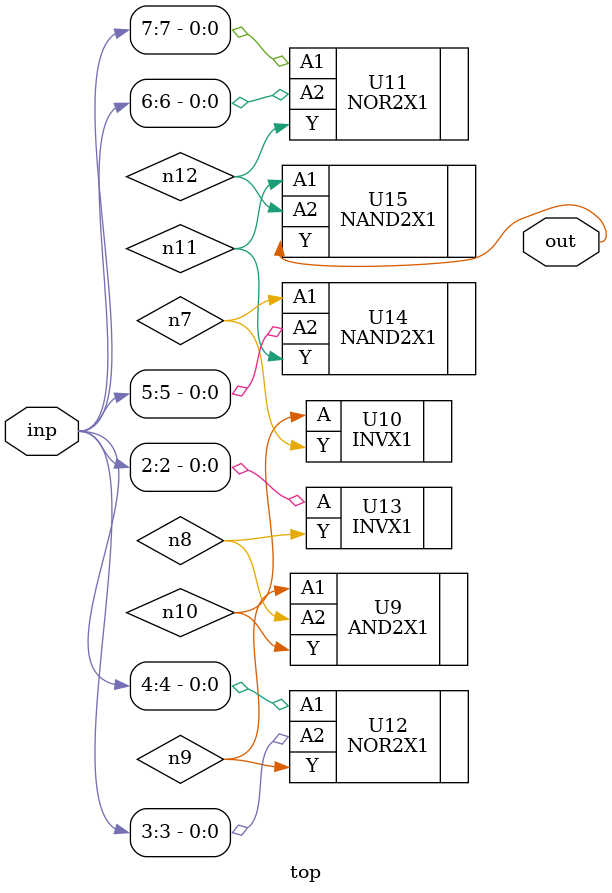
<source format=sv>


module top ( inp, out );
  input [7:0] inp;
  output out;
  wire   n7, n8, n9, n10, n11, n12;

  AND2X1 U9 ( .A1(n9), .A2(n8), .Y(n10) );
  INVX1 U10 ( .A(n10), .Y(n7) );
  NOR2X1 U11 ( .A1(inp[7]), .A2(inp[6]), .Y(n12) );
  NOR2X1 U12 ( .A1(inp[4]), .A2(inp[3]), .Y(n9) );
  INVX1 U13 ( .A(inp[2]), .Y(n8) );
  NAND2X1 U14 ( .A1(n7), .A2(inp[5]), .Y(n11) );
  NAND2X1 U15 ( .A1(n11), .A2(n12), .Y(out) );
endmodule


</source>
